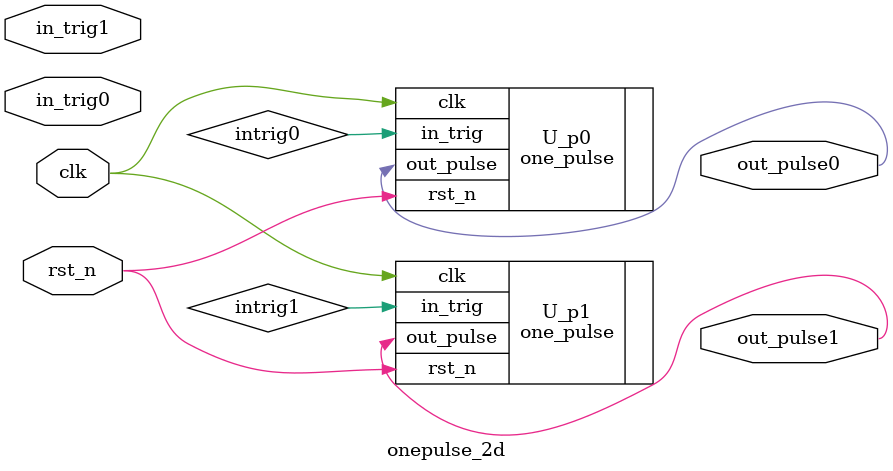
<source format=v>
`timescale 1ns/1ps
`include "global.v"
module onepulse_2d(
    clk,
    rst_n,
    in_trig0,
    in_trig1,
    // output
    out_pulse0,
    out_pulse1
);
input clk;
input rst_n;
input in_trig0;
input in_trig1;
// output
output out_pulse0;
output out_pulse1;

one_pulse U_p0(
    .clk(clk),  // clock input
    .rst_n(rst_n), //active low reset
    .in_trig(intrig0), // input trigger
    .out_pulse(out_pulse0) // output one pulse 
);
one_pulse U_p1(
    .clk(clk),  // clock input
    .rst_n(rst_n), //active low reset
    .in_trig(intrig1), // input trigger
    .out_pulse(out_pulse1) // output one pulse 
);

endmodule
</source>
